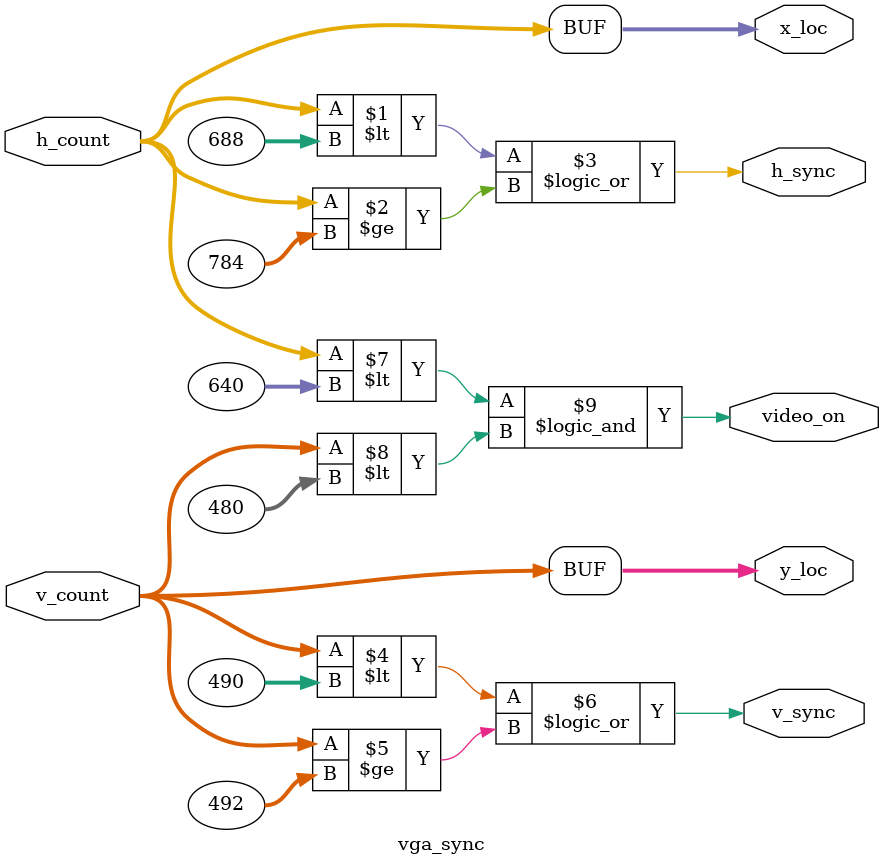
<source format=v>
module vga_sync(h_count, v_count, h_sync, v_sync, video_on, x_loc, y_loc);
input [9:0] h_count;
input [9:0] v_count;
output h_sync;
output v_sync;
output video_on;
output [9:0] x_loc;
output [9:0] y_loc;
 
//horizontal
localparam HD = 640;
localparam HF = 48;
localparam HB = 16;
localparam HR = 96;
 
//vertical
localparam VD = 480;
localparam VF = 10;
localparam VB = 33;
localparam VR = 2;
 

  assign h_sync = ((h_count < (HD+HF)) || (h_count >= (HD+HF+HR)));

  
  assign v_sync = ((v_count < (VD+VF)) || (v_count >= (VD+VF+VR)));

  
  assign video_on = ((h_count < HD) && (v_count < VD));

  
  
  assign x_loc = h_count; 
  assign y_loc = v_count; 
  
endmodule
</source>
